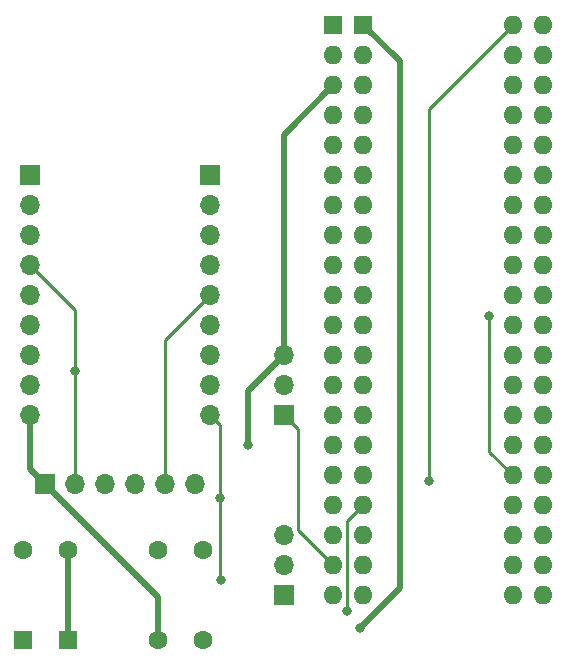
<source format=gbr>
%TF.GenerationSoftware,KiCad,Pcbnew,(6.0.11-0)*%
%TF.CreationDate,2023-02-12T20:14:34-08:00*%
%TF.ProjectId,nabu-ftdi-serial,6e616275-2d66-4746-9469-2d7365726961,1.0*%
%TF.SameCoordinates,Original*%
%TF.FileFunction,Copper,L2,Bot*%
%TF.FilePolarity,Positive*%
%FSLAX46Y46*%
G04 Gerber Fmt 4.6, Leading zero omitted, Abs format (unit mm)*
G04 Created by KiCad (PCBNEW (6.0.11-0)) date 2023-02-12 20:14:34*
%MOMM*%
%LPD*%
G01*
G04 APERTURE LIST*
%TA.AperFunction,ComponentPad*%
%ADD10R,1.700000X1.700000*%
%TD*%
%TA.AperFunction,ComponentPad*%
%ADD11O,1.700000X1.700000*%
%TD*%
%TA.AperFunction,ComponentPad*%
%ADD12R,1.600000X1.600000*%
%TD*%
%TA.AperFunction,ComponentPad*%
%ADD13O,1.600000X1.600000*%
%TD*%
%TA.AperFunction,ComponentPad*%
%ADD14C,1.600000*%
%TD*%
%TA.AperFunction,ViaPad*%
%ADD15C,0.800000*%
%TD*%
%TA.AperFunction,Conductor*%
%ADD16C,0.500000*%
%TD*%
%TA.AperFunction,Conductor*%
%ADD17C,0.250000*%
%TD*%
G04 APERTURE END LIST*
D10*
%TO.P,J3,1,Pin_1*%
%TO.N,unconnected-(J3-Pad1)*%
X130048000Y-71873949D03*
D11*
%TO.P,J3,2,Pin_2*%
%TO.N,unconnected-(J3-Pad2)*%
X130048000Y-74413949D03*
%TO.P,J3,3,Pin_3*%
%TO.N,unconnected-(J3-Pad3)*%
X130048000Y-76953949D03*
%TO.P,J3,4,Pin_4*%
%TO.N,/~FTDI_CTS*%
X130048000Y-79493949D03*
%TO.P,J3,5,Pin_5*%
%TO.N,unconnected-(J3-Pad5)*%
X130048000Y-82033949D03*
%TO.P,J3,6,Pin_6*%
%TO.N,unconnected-(J3-Pad6)*%
X130048000Y-84573949D03*
%TO.P,J3,7,Pin_7*%
%TO.N,unconnected-(J3-Pad7)*%
X130048000Y-87113949D03*
%TO.P,J3,8,Pin_8*%
%TO.N,unconnected-(J3-Pad8)*%
X130048000Y-89653949D03*
%TO.P,J3,9,Pin_9*%
%TO.N,/VSS*%
X130048000Y-92193949D03*
%TD*%
D10*
%TO.P,JP2,1,A*%
%TO.N,/DR*%
X151511000Y-92183949D03*
D11*
%TO.P,JP2,2,C*%
%TO.N,/~FTDI_CTS*%
X151511000Y-89643949D03*
%TO.P,JP2,3,B*%
%TO.N,/VSS*%
X151511000Y-87103949D03*
%TD*%
D12*
%TO.P,U1,1,VCC*%
%TO.N,/VCC*%
X155683949Y-59213949D03*
D13*
%TO.P,U1,2*%
%TO.N,unconnected-(U1-Pad2)*%
X155683949Y-61753949D03*
%TO.P,U1,3,VSS*%
%TO.N,/VSS*%
X155683949Y-64293949D03*
%TO.P,U1,4,RRD*%
%TO.N,/RRD*%
X155683949Y-66833949D03*
%TO.P,U1,5,RR8*%
%TO.N,/RR8*%
X155683949Y-69373949D03*
%TO.P,U1,6,RR7*%
%TO.N,/RR7*%
X155683949Y-71913949D03*
%TO.P,U1,7,RR6*%
%TO.N,/RR6*%
X155683949Y-74453949D03*
%TO.P,U1,8,RR5*%
%TO.N,/RR5*%
X155683949Y-76993949D03*
%TO.P,U1,9,RR4*%
%TO.N,/RR4*%
X155683949Y-79533949D03*
%TO.P,U1,10,RR3*%
%TO.N,/RR3*%
X155683949Y-82073949D03*
%TO.P,U1,11,RR2*%
%TO.N,/RR2*%
X155683949Y-84613949D03*
%TO.P,U1,12,RR1*%
%TO.N,/RR1*%
X155683949Y-87153949D03*
%TO.P,U1,13,PE*%
%TO.N,/PE*%
X155683949Y-89693949D03*
%TO.P,U1,14,FE*%
%TO.N,/FE*%
X155683949Y-92233949D03*
%TO.P,U1,15,OE*%
%TO.N,/OE*%
X155683949Y-94773949D03*
%TO.P,U1,16,SFD*%
%TO.N,/SFD*%
X155683949Y-97313949D03*
%TO.P,U1,17,RRC*%
%TO.N,Net-(U1-Pad17)*%
X155683949Y-99853949D03*
%TO.P,U1,18,~DRR*%
%TO.N,/~DRR*%
X155683949Y-102393949D03*
%TO.P,U1,19,DR*%
%TO.N,/DR*%
X155683949Y-104933949D03*
%TO.P,U1,20,RI*%
%TO.N,/FTDI_TX*%
X155683949Y-107473949D03*
%TO.P,U1,21,MR*%
%TO.N,/MR*%
X170923949Y-107473949D03*
%TO.P,U1,22,THRE*%
%TO.N,/THRE*%
X170923949Y-104933949D03*
%TO.P,U1,23,~THRL*%
%TO.N,/~THRL*%
X170923949Y-102393949D03*
%TO.P,U1,24,TRE*%
%TO.N,/TRE*%
X170923949Y-99853949D03*
%TO.P,U1,25,TRO*%
%TO.N,/FTDI_RX*%
X170923949Y-97313949D03*
%TO.P,U1,26,TR1*%
%TO.N,/TR1*%
X170923949Y-94773949D03*
%TO.P,U1,27,TR2*%
%TO.N,/TR2*%
X170923949Y-92233949D03*
%TO.P,U1,28,TR3*%
%TO.N,/TR3*%
X170923949Y-89693949D03*
%TO.P,U1,29,TR4*%
%TO.N,/TR4*%
X170923949Y-87153949D03*
%TO.P,U1,30,TR5*%
%TO.N,/TR5*%
X170923949Y-84613949D03*
%TO.P,U1,31,TR6*%
%TO.N,/TR6*%
X170923949Y-82073949D03*
%TO.P,U1,32,TR7*%
%TO.N,/TR7*%
X170923949Y-79533949D03*
%TO.P,U1,33,TR8*%
%TO.N,/TR8*%
X170923949Y-76993949D03*
%TO.P,U1,34,CRL*%
%TO.N,/CRL*%
X170923949Y-74453949D03*
%TO.P,U1,35,PI*%
%TO.N,/PI*%
X170923949Y-71913949D03*
%TO.P,U1,36,SBS*%
%TO.N,/SBS*%
X170923949Y-69373949D03*
%TO.P,U1,37,WLS1*%
%TO.N,/WLS1*%
X170923949Y-66833949D03*
%TO.P,U1,38,WLS2*%
%TO.N,/WLS2*%
X170923949Y-64293949D03*
%TO.P,U1,39,EPE*%
%TO.N,/EPE*%
X170923949Y-61753949D03*
%TO.P,U1,40,TRC*%
%TO.N,Net-(U1-Pad17)*%
X170923949Y-59213949D03*
%TD*%
D10*
%TO.P,JP1,1,A*%
%TO.N,Net-(J1-Pad17)*%
X151511000Y-107423949D03*
D11*
%TO.P,JP1,2,C*%
%TO.N,Net-(U1-Pad17)*%
X151511000Y-104883949D03*
%TO.P,JP1,3,B*%
%TO.N,Net-(JP1-Pad3)*%
X151511000Y-102343949D03*
%TD*%
D12*
%TO.P,J1,1,VCC*%
%TO.N,/VCC*%
X158223949Y-59163949D03*
D13*
%TO.P,J1,2*%
%TO.N,unconnected-(J1-Pad2)*%
X158223949Y-61703949D03*
%TO.P,J1,3,VSS*%
%TO.N,/VSS*%
X158223949Y-64243949D03*
%TO.P,J1,4,RRD*%
%TO.N,/RRD*%
X158223949Y-66783949D03*
%TO.P,J1,5,RR8*%
%TO.N,/RR8*%
X158223949Y-69323949D03*
%TO.P,J1,6,RR7*%
%TO.N,/RR7*%
X158223949Y-71863949D03*
%TO.P,J1,7,RR6*%
%TO.N,/RR6*%
X158223949Y-74403949D03*
%TO.P,J1,8,RR5*%
%TO.N,/RR5*%
X158223949Y-76943949D03*
%TO.P,J1,9,RR4*%
%TO.N,/RR4*%
X158223949Y-79483949D03*
%TO.P,J1,10,RR3*%
%TO.N,/RR3*%
X158223949Y-82023949D03*
%TO.P,J1,11,RR2*%
%TO.N,/RR2*%
X158223949Y-84563949D03*
%TO.P,J1,12,RR1*%
%TO.N,/RR1*%
X158223949Y-87103949D03*
%TO.P,J1,13,PE*%
%TO.N,/PE*%
X158223949Y-89643949D03*
%TO.P,J1,14,FE*%
%TO.N,/FE*%
X158223949Y-92183949D03*
%TO.P,J1,15,OE*%
%TO.N,/OE*%
X158223949Y-94723949D03*
%TO.P,J1,16,SFD*%
%TO.N,/SFD*%
X158223949Y-97263949D03*
%TO.P,J1,17,RRC*%
%TO.N,Net-(J1-Pad17)*%
X158223949Y-99803949D03*
%TO.P,J1,18,~DRR*%
%TO.N,/~DRR*%
X158223949Y-102343949D03*
%TO.P,J1,19,DR*%
%TO.N,/DR*%
X158223949Y-104883949D03*
%TO.P,J1,20,RI*%
%TO.N,unconnected-(J1-Pad20)*%
X158223949Y-107423949D03*
%TO.P,J1,21,MR*%
%TO.N,/MR*%
X173463949Y-107423949D03*
%TO.P,J1,22,THRE*%
%TO.N,/THRE*%
X173463949Y-104883949D03*
%TO.P,J1,23,~THRL*%
%TO.N,/~THRL*%
X173463949Y-102343949D03*
%TO.P,J1,24,TRE*%
%TO.N,/TRE*%
X173463949Y-99803949D03*
%TO.P,J1,25,TRO*%
%TO.N,unconnected-(J1-Pad25)*%
X173463949Y-97263949D03*
%TO.P,J1,26,TR1*%
%TO.N,/TR1*%
X173463949Y-94723949D03*
%TO.P,J1,27,TR2*%
%TO.N,/TR2*%
X173463949Y-92183949D03*
%TO.P,J1,28,TR3*%
%TO.N,/TR3*%
X173463949Y-89643949D03*
%TO.P,J1,29,TR4*%
%TO.N,/TR4*%
X173463949Y-87103949D03*
%TO.P,J1,30,TR5*%
%TO.N,/TR5*%
X173463949Y-84563949D03*
%TO.P,J1,31,TR6*%
%TO.N,/TR6*%
X173463949Y-82023949D03*
%TO.P,J1,32,TR7*%
%TO.N,/TR7*%
X173463949Y-79483949D03*
%TO.P,J1,33,TR8*%
%TO.N,/TR8*%
X173463949Y-76943949D03*
%TO.P,J1,34,CRL*%
%TO.N,/CRL*%
X173463949Y-74403949D03*
%TO.P,J1,35,PI*%
%TO.N,/PI*%
X173463949Y-71863949D03*
%TO.P,J1,36,SBS*%
%TO.N,/SBS*%
X173463949Y-69323949D03*
%TO.P,J1,37,WLS1*%
%TO.N,/WLS1*%
X173463949Y-66783949D03*
%TO.P,J1,38,WLS2*%
%TO.N,/WLS2*%
X173463949Y-64243949D03*
%TO.P,J1,39,EPE*%
%TO.N,/EPE*%
X173463949Y-61703949D03*
%TO.P,J1,40,TRC*%
%TO.N,unconnected-(J1-Pad40)*%
X173463949Y-59163949D03*
%TD*%
D10*
%TO.P,J2,1,Pin_1*%
%TO.N,/VSS*%
X131318000Y-98053949D03*
D11*
%TO.P,J2,2,Pin_2*%
%TO.N,/~FTDI_CTS*%
X133858000Y-98053949D03*
%TO.P,J2,3,Pin_3*%
%TO.N,unconnected-(J2-Pad3)*%
X136398000Y-98053949D03*
%TO.P,J2,4,Pin_4*%
%TO.N,/FTDI_TX*%
X138938000Y-98053949D03*
%TO.P,J2,5,Pin_5*%
%TO.N,/FTDI_RX*%
X141478000Y-98053949D03*
%TO.P,J2,6,Pin_6*%
%TO.N,unconnected-(J2-Pad6)*%
X144018000Y-98053949D03*
%TD*%
D12*
%TO.P,X1,1,EN*%
%TO.N,/VCC*%
X133223000Y-111233949D03*
D14*
%TO.P,X1,4,GND*%
%TO.N,/VSS*%
X140843000Y-111233949D03*
%TO.P,X1,5,OUT*%
%TO.N,Net-(JP1-Pad3)*%
X140843000Y-103613949D03*
%TO.P,X1,8,Vcc*%
%TO.N,/VCC*%
X133223000Y-103613949D03*
%TD*%
D12*
%TO.P,X2,1,EN*%
%TO.N,/VCC*%
X129413000Y-111233949D03*
D14*
%TO.P,X2,7,GND*%
%TO.N,/VSS*%
X144653000Y-111233949D03*
%TO.P,X2,8,OUT*%
%TO.N,Net-(JP1-Pad3)*%
X144653000Y-103613949D03*
%TO.P,X2,14,Vcc*%
%TO.N,/VCC*%
X129413000Y-103613949D03*
%TD*%
D10*
%TO.P,J4,1,Pin_1*%
%TO.N,unconnected-(J4-Pad1)*%
X145288000Y-71863949D03*
D11*
%TO.P,J4,2,Pin_2*%
%TO.N,unconnected-(J4-Pad2)*%
X145288000Y-74403949D03*
%TO.P,J4,3,Pin_3*%
%TO.N,unconnected-(J4-Pad3)*%
X145288000Y-76943949D03*
%TO.P,J4,4,Pin_4*%
%TO.N,unconnected-(J4-Pad4)*%
X145288000Y-79483949D03*
%TO.P,J4,5,Pin_5*%
%TO.N,/FTDI_RX*%
X145288000Y-82023949D03*
%TO.P,J4,6,Pin_6*%
%TO.N,unconnected-(J4-Pad6)*%
X145288000Y-84563949D03*
%TO.P,J4,7,Pin_7*%
%TO.N,unconnected-(J4-Pad7)*%
X145288000Y-87103949D03*
%TO.P,J4,8,Pin_8*%
%TO.N,unconnected-(J4-Pad8)*%
X145288000Y-89643949D03*
%TO.P,J4,9,Pin_9*%
%TO.N,/FTDI_TX*%
X145288000Y-92183949D03*
%TD*%
D15*
%TO.N,/VCC*%
X157988000Y-110236000D03*
%TO.N,/VSS*%
X148463000Y-94742000D03*
%TO.N,Net-(J1-Pad17)*%
X156845000Y-108839000D03*
%TO.N,/~FTDI_CTS*%
X133858000Y-88519000D03*
%TO.N,/FTDI_TX*%
X146177000Y-106172000D03*
X146138000Y-99226000D03*
%TO.N,/FTDI_RX*%
X168910000Y-83820000D03*
%TO.N,Net-(U1-Pad17)*%
X163830000Y-97790000D03*
%TD*%
D16*
%TO.N,/VCC*%
X161338450Y-62278450D02*
X161338450Y-106885550D01*
X133223000Y-103613949D02*
X133223000Y-111233949D01*
X161338450Y-106885550D02*
X157988000Y-110236000D01*
X158223949Y-59163949D02*
X161338450Y-62278450D01*
%TO.N,/VSS*%
X140843000Y-107578949D02*
X140843000Y-111233949D01*
X148463000Y-90151949D02*
X151511000Y-87103949D01*
X130048000Y-92193949D02*
X130048000Y-96783949D01*
X151511000Y-87103949D02*
X151511000Y-68466898D01*
X151511000Y-68466898D02*
X155683949Y-64293949D01*
X131318000Y-98053949D02*
X140843000Y-107578949D01*
X148463000Y-94742000D02*
X148463000Y-90151949D01*
X130048000Y-96783949D02*
X131318000Y-98053949D01*
D17*
%TO.N,Net-(J1-Pad17)*%
X156845000Y-101182898D02*
X156845000Y-108839000D01*
X158223949Y-99803949D02*
X156845000Y-101182898D01*
%TO.N,/DR*%
X151511000Y-92183949D02*
X152686000Y-93358949D01*
X152686000Y-101936000D02*
X155683949Y-104933949D01*
X152686000Y-93358949D02*
X152686000Y-101936000D01*
%TO.N,/~FTDI_CTS*%
X133858000Y-88519000D02*
X133858000Y-98053949D01*
X133858000Y-83303949D02*
X133858000Y-88519000D01*
X130048000Y-79493949D02*
X133858000Y-83303949D01*
%TO.N,/FTDI_TX*%
X146138000Y-106133000D02*
X146177000Y-106172000D01*
X145288000Y-92183949D02*
X146138000Y-93033949D01*
X146138000Y-93033949D02*
X146138000Y-106133000D01*
%TO.N,/FTDI_RX*%
X141478000Y-85833949D02*
X145288000Y-82023949D01*
X141478000Y-98053949D02*
X141478000Y-85833949D01*
X168910000Y-95300000D02*
X170923949Y-97313949D01*
X168910000Y-83820000D02*
X168910000Y-95300000D01*
%TO.N,Net-(U1-Pad17)*%
X170923949Y-59213949D02*
X163830000Y-66307898D01*
X163830000Y-66307898D02*
X163830000Y-97790000D01*
%TD*%
M02*

</source>
